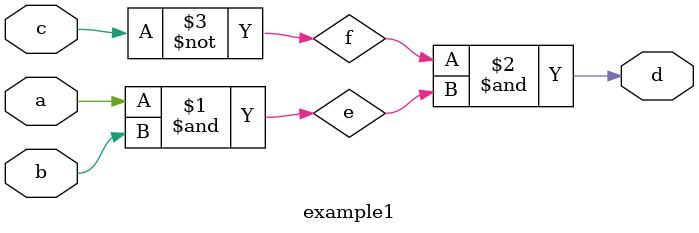
<source format=v>
module example1(a,b,c,d);
  input a,b,c;
  output d;
  wire a,b,c,d,e,f;
  
  and E1(e,a,b);
  not E2(f,c);
  and E3(d,f,e);
endmodule

</source>
